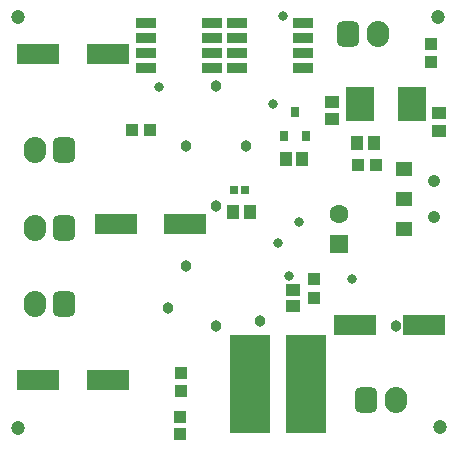
<source format=gts>
G04*
G04 #@! TF.GenerationSoftware,Altium Limited,Altium Designer,22.9.1 (49)*
G04*
G04 Layer_Color=8388736*
%FSLAX44Y44*%
%MOMM*%
G71*
G04*
G04 #@! TF.SameCoordinates,C8543A43-BB23-4CB5-9DBE-1C6E9BA76EC2*
G04*
G04*
G04 #@! TF.FilePolarity,Negative*
G04*
G01*
G75*
%ADD31R,3.6532X1.7532*%
%ADD32R,0.8032X0.9032*%
%ADD33R,2.3622X2.9462*%
%ADD34R,1.6532X0.9032*%
%ADD35R,1.1524X1.0524*%
%ADD36R,1.2032X1.0032*%
%ADD37R,1.0524X1.1524*%
%ADD38R,3.5032X8.4032*%
%ADD39R,1.0032X1.2032*%
%ADD40R,1.4032X1.2032*%
%ADD41R,1.0032X1.0032*%
%ADD42R,1.0532X1.0532*%
%ADD43R,1.1032X1.2532*%
%ADD44R,0.7002X0.6502*%
%ADD45R,1.0532X1.0532*%
%ADD46C,1.2032*%
G04:AMPARAMS|DCode=47|XSize=1.9032mm|YSize=2.2032mm|CornerRadius=0.5266mm|HoleSize=0mm|Usage=FLASHONLY|Rotation=0.000|XOffset=0mm|YOffset=0mm|HoleType=Round|Shape=RoundedRectangle|*
%AMROUNDEDRECTD47*
21,1,1.9032,1.1500,0,0,0.0*
21,1,0.8500,2.2032,0,0,0.0*
1,1,1.0532,0.4250,-0.5750*
1,1,1.0532,-0.4250,-0.5750*
1,1,1.0532,-0.4250,0.5750*
1,1,1.0532,0.4250,0.5750*
%
%ADD47ROUNDEDRECTD47*%
%ADD48O,1.9032X2.2032*%
%ADD49C,1.6032*%
%ADD50R,1.6032X1.6032*%
%ADD51C,1.0532*%
%ADD52C,0.9652*%
%ADD53C,0.8032*%
D31*
X358000Y101250D02*
D03*
X299000D02*
D03*
X90000Y331000D02*
D03*
X31000D02*
D03*
Y54750D02*
D03*
X90000D02*
D03*
X96750Y186750D02*
D03*
X155750D02*
D03*
D32*
X248750Y281500D02*
D03*
X258250Y261500D02*
D03*
X239250D02*
D03*
D33*
X347700Y288500D02*
D03*
X303500D02*
D03*
D34*
X178250Y357300D02*
D03*
Y344600D02*
D03*
Y331900D02*
D03*
Y319200D02*
D03*
X122250D02*
D03*
Y331900D02*
D03*
Y344600D02*
D03*
Y357300D02*
D03*
X199000Y319200D02*
D03*
Y331900D02*
D03*
Y344600D02*
D03*
Y357300D02*
D03*
X255000D02*
D03*
Y344600D02*
D03*
Y331900D02*
D03*
Y319200D02*
D03*
D35*
X246750Y131500D02*
D03*
Y118000D02*
D03*
D36*
X370500Y265750D02*
D03*
Y280750D02*
D03*
X279500Y290750D02*
D03*
Y275750D02*
D03*
D37*
X240750Y242250D02*
D03*
X254250D02*
D03*
D38*
X257500Y52000D02*
D03*
X210500D02*
D03*
D39*
X300750Y255500D02*
D03*
X315750D02*
D03*
D40*
X340500Y233250D02*
D03*
Y208250D02*
D03*
Y183250D02*
D03*
D41*
X151500Y24000D02*
D03*
Y9000D02*
D03*
D42*
X151750Y61250D02*
D03*
Y45750D02*
D03*
X363750Y339750D02*
D03*
Y324250D02*
D03*
X264750Y140250D02*
D03*
Y124750D02*
D03*
D43*
X210000Y197250D02*
D03*
X196000D02*
D03*
D44*
X197250Y215500D02*
D03*
X206250D02*
D03*
D45*
X110250Y266750D02*
D03*
X125750D02*
D03*
X301500Y236750D02*
D03*
X317000D02*
D03*
D46*
X14000Y362000D02*
D03*
X370000D02*
D03*
X371000Y15000D02*
D03*
X14000Y14000D02*
D03*
D47*
X293750Y347750D02*
D03*
X309000Y38000D02*
D03*
X53000Y119000D02*
D03*
Y183750D02*
D03*
Y249500D02*
D03*
D48*
X318750Y347750D02*
D03*
X334000Y38000D02*
D03*
X28000Y119000D02*
D03*
Y183750D02*
D03*
Y249500D02*
D03*
D49*
X285500Y195650D02*
D03*
D50*
Y170250D02*
D03*
D51*
X366500Y223250D02*
D03*
Y193250D02*
D03*
D52*
X334000Y100800D02*
D03*
X207000Y253200D02*
D03*
X181600Y304000D02*
D03*
X156200Y253200D02*
D03*
X181600Y202400D02*
D03*
X156200Y151600D02*
D03*
X181600Y100800D02*
D03*
X141000Y116000D02*
D03*
X219000Y105250D02*
D03*
D53*
X229750Y288750D02*
D03*
X243092Y143380D02*
D03*
X238750Y363500D02*
D03*
X133750Y303250D02*
D03*
X251500Y188840D02*
D03*
X233750Y171000D02*
D03*
X297005Y140750D02*
D03*
M02*

</source>
